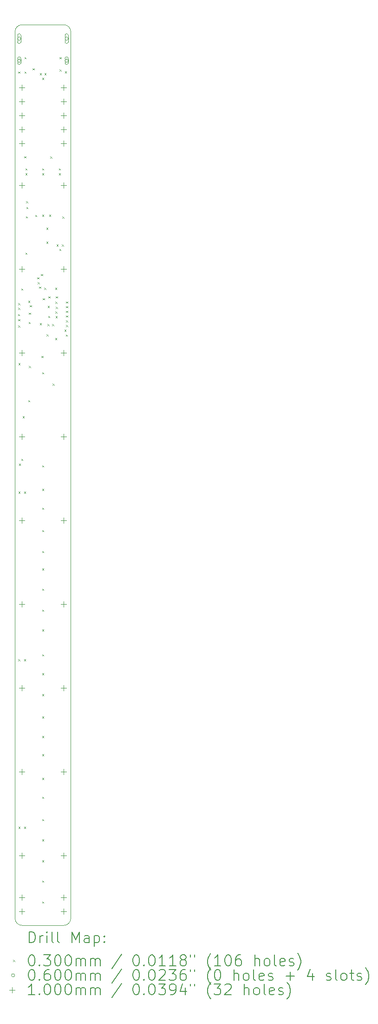
<source format=gbr>
%TF.GenerationSoftware,KiCad,Pcbnew,7.0.9*%
%TF.CreationDate,2024-02-10T14:07:48-07:00*%
%TF.ProjectId,RP2040-Breadstick,52503230-3430-42d4-9272-656164737469,1.0*%
%TF.SameCoordinates,Original*%
%TF.FileFunction,Drillmap*%
%TF.FilePolarity,Positive*%
%FSLAX45Y45*%
G04 Gerber Fmt 4.5, Leading zero omitted, Abs format (unit mm)*
G04 Created by KiCad (PCBNEW 7.0.9) date 2024-02-10 14:07:48*
%MOMM*%
%LPD*%
G01*
G04 APERTURE LIST*
%ADD10C,0.100000*%
%ADD11C,0.200000*%
G04 APERTURE END LIST*
D10*
X9017000Y-1651000D02*
X8255000Y-1651000D01*
X8128000Y-1778000D02*
X8128000Y-17907000D01*
X8255000Y-18034000D02*
X9017000Y-18034000D01*
X8128000Y-17907000D02*
G75*
G03*
X8255000Y-18034000I127000J0D01*
G01*
X9144000Y-1778000D02*
G75*
G03*
X9017000Y-1651000I-127000J0D01*
G01*
X8255000Y-1651000D02*
G75*
G03*
X8128000Y-1778000I0J-127000D01*
G01*
X9144000Y-17907000D02*
X9144000Y-1778000D01*
X9017000Y-18034000D02*
G75*
G03*
X9144000Y-17907000I0J127000D01*
G01*
D11*
D10*
X8181580Y-6914120D02*
X8211580Y-6944120D01*
X8211580Y-6914120D02*
X8181580Y-6944120D01*
X8184000Y-7005560D02*
X8214000Y-7035560D01*
X8214000Y-7005560D02*
X8184000Y-7035560D01*
X8184120Y-2504680D02*
X8214120Y-2534680D01*
X8214120Y-2504680D02*
X8184120Y-2534680D01*
X8185331Y-6713865D02*
X8215331Y-6743865D01*
X8215331Y-6713865D02*
X8185331Y-6743865D01*
X8185934Y-6800337D02*
X8215934Y-6830337D01*
X8215934Y-6800337D02*
X8185934Y-6830337D01*
X8186426Y-7122991D02*
X8216426Y-7152991D01*
X8216426Y-7122991D02*
X8186426Y-7152991D01*
X8186660Y-13190460D02*
X8216660Y-13220460D01*
X8216660Y-13190460D02*
X8186660Y-13220460D01*
X8189200Y-7808200D02*
X8219200Y-7838200D01*
X8219200Y-7808200D02*
X8189200Y-7838200D01*
X8189200Y-10145000D02*
X8219200Y-10175000D01*
X8219200Y-10145000D02*
X8189200Y-10175000D01*
X8189200Y-16238460D02*
X8219200Y-16268460D01*
X8219200Y-16238460D02*
X8189200Y-16268460D01*
X8196820Y-9634460D02*
X8226820Y-9664460D01*
X8226820Y-9634460D02*
X8196820Y-9664460D01*
X8240000Y-6449300D02*
X8270000Y-6479300D01*
X8270000Y-6449300D02*
X8240000Y-6479300D01*
X8240000Y-9548100D02*
X8270000Y-9578100D01*
X8270000Y-9548100D02*
X8240000Y-9578100D01*
X8265400Y-8770860D02*
X8295400Y-8800860D01*
X8295400Y-8770860D02*
X8265400Y-8800860D01*
X8290800Y-13190460D02*
X8320800Y-13220460D01*
X8320800Y-13190460D02*
X8290800Y-13220460D01*
X8293340Y-10145000D02*
X8323340Y-10175000D01*
X8323340Y-10145000D02*
X8293340Y-10175000D01*
X8293340Y-16238460D02*
X8323340Y-16268460D01*
X8323340Y-16238460D02*
X8293340Y-16268460D01*
X8295880Y-4043920D02*
X8325880Y-4073920D01*
X8325880Y-4043920D02*
X8295880Y-4073920D01*
X8301000Y-2240480D02*
X8331000Y-2270480D01*
X8331000Y-2240480D02*
X8301000Y-2270480D01*
X8301000Y-2504640D02*
X8331000Y-2534640D01*
X8331000Y-2504640D02*
X8301000Y-2534640D01*
X8316200Y-4264900D02*
X8346200Y-4294900D01*
X8346200Y-4264900D02*
X8316200Y-4294900D01*
X8316200Y-4353800D02*
X8346200Y-4383800D01*
X8346200Y-4353800D02*
X8316200Y-4383800D01*
X8318525Y-5796716D02*
X8348525Y-5826716D01*
X8348525Y-5796716D02*
X8318525Y-5826716D01*
X8323820Y-5136120D02*
X8353820Y-5166120D01*
X8353820Y-5136120D02*
X8323820Y-5166120D01*
X8328900Y-4861800D02*
X8358900Y-4891800D01*
X8358900Y-4861800D02*
X8328900Y-4891800D01*
X8335275Y-4968480D02*
X8365275Y-4998480D01*
X8365275Y-4968480D02*
X8335275Y-4998480D01*
X8369310Y-8481193D02*
X8399310Y-8511193D01*
X8399310Y-8481193D02*
X8369310Y-8511193D01*
X8369644Y-6674568D02*
X8399644Y-6704568D01*
X8399644Y-6674568D02*
X8369644Y-6704568D01*
X8377160Y-7056360D02*
X8407160Y-7086360D01*
X8407160Y-7056360D02*
X8377160Y-7086360D01*
X8379462Y-6888958D02*
X8409462Y-6918958D01*
X8409462Y-6888958D02*
X8379462Y-6918958D01*
X8382240Y-7856460D02*
X8412240Y-7886460D01*
X8412240Y-7856460D02*
X8382240Y-7886460D01*
X8398390Y-6754762D02*
X8428390Y-6784762D01*
X8428390Y-6754762D02*
X8398390Y-6784762D01*
X8448390Y-2443610D02*
X8478390Y-2473610D01*
X8478390Y-2443610D02*
X8448390Y-2473610D01*
X8494262Y-5108914D02*
X8524262Y-5138914D01*
X8524262Y-5108914D02*
X8494262Y-5138914D01*
X8534000Y-6247000D02*
X8564000Y-6277000D01*
X8564000Y-6247000D02*
X8534000Y-6277000D01*
X8539752Y-6333898D02*
X8569752Y-6363898D01*
X8569752Y-6333898D02*
X8539752Y-6363898D01*
X8565629Y-6415063D02*
X8595629Y-6445063D01*
X8595629Y-6415063D02*
X8565629Y-6445063D01*
X8578811Y-7080000D02*
X8608811Y-7110000D01*
X8608811Y-7080000D02*
X8578811Y-7110000D01*
X8580567Y-2532677D02*
X8610567Y-2562677D01*
X8610567Y-2532677D02*
X8580567Y-2562677D01*
X8600680Y-6185140D02*
X8630680Y-6215140D01*
X8630680Y-6185140D02*
X8600680Y-6215140D01*
X8607778Y-7675306D02*
X8637778Y-7705306D01*
X8637778Y-7675306D02*
X8607778Y-7705306D01*
X8620999Y-12650520D02*
X8650999Y-12680520D01*
X8650999Y-12650520D02*
X8620999Y-12680520D01*
X8621000Y-2616440D02*
X8651000Y-2646440D01*
X8651000Y-2616440D02*
X8621000Y-2646440D01*
X8621000Y-4264900D02*
X8651000Y-4294900D01*
X8651000Y-4264900D02*
X8621000Y-4294900D01*
X8621000Y-4353800D02*
X8651000Y-4383800D01*
X8651000Y-4353800D02*
X8621000Y-4383800D01*
X8621000Y-5108180D02*
X8651000Y-5138180D01*
X8651000Y-5108180D02*
X8621000Y-5138180D01*
X8621000Y-10094200D02*
X8651000Y-10124200D01*
X8651000Y-10094200D02*
X8621000Y-10124200D01*
X8621000Y-10437100D02*
X8651000Y-10467100D01*
X8651000Y-10437100D02*
X8621000Y-10467100D01*
X8621000Y-10843500D02*
X8651000Y-10873500D01*
X8651000Y-10843500D02*
X8621000Y-10873500D01*
X8621000Y-11224500D02*
X8651000Y-11254500D01*
X8651000Y-11224500D02*
X8621000Y-11254500D01*
X8621000Y-11542000D02*
X8651000Y-11572000D01*
X8651000Y-11542000D02*
X8621000Y-11572000D01*
X8621000Y-11910300D02*
X8651000Y-11940300D01*
X8651000Y-11910300D02*
X8621000Y-11940300D01*
X8621000Y-12291300D02*
X8651000Y-12321300D01*
X8651000Y-12291300D02*
X8621000Y-12321300D01*
X8621000Y-13447000D02*
X8651000Y-13477000D01*
X8651000Y-13447000D02*
X8621000Y-13477000D01*
X8621000Y-13828000D02*
X8651000Y-13858000D01*
X8651000Y-13828000D02*
X8621000Y-13858000D01*
X8621000Y-14234400D02*
X8651000Y-14264400D01*
X8651000Y-14234400D02*
X8621000Y-14264400D01*
X8621000Y-14590000D02*
X8651000Y-14620000D01*
X8651000Y-14590000D02*
X8621000Y-14620000D01*
X8621000Y-15352000D02*
X8651000Y-15382000D01*
X8651000Y-15352000D02*
X8621000Y-15382000D01*
X8621000Y-15694900D02*
X8651000Y-15724900D01*
X8651000Y-15694900D02*
X8621000Y-15724900D01*
X8621000Y-16101300D02*
X8651000Y-16131300D01*
X8651000Y-16101300D02*
X8621000Y-16131300D01*
X8621000Y-16469600D02*
X8651000Y-16499600D01*
X8651000Y-16469600D02*
X8621000Y-16499600D01*
X8621000Y-16850600D02*
X8651000Y-16880600D01*
X8651000Y-16850600D02*
X8621000Y-16880600D01*
X8621000Y-17218900D02*
X8651000Y-17248900D01*
X8651000Y-17218900D02*
X8621000Y-17248900D01*
X8621000Y-17599900D02*
X8651000Y-17629900D01*
X8651000Y-17599900D02*
X8621000Y-17629900D01*
X8621001Y-9667480D02*
X8651001Y-9697480D01*
X8651001Y-9667480D02*
X8621001Y-9697480D01*
X8621001Y-13104100D02*
X8651001Y-13134100D01*
X8651001Y-13104100D02*
X8621001Y-13134100D01*
X8621001Y-14920200D02*
X8651001Y-14950200D01*
X8651001Y-14920200D02*
X8621001Y-14950200D01*
X8621044Y-7972809D02*
X8651044Y-8002809D01*
X8651044Y-7972809D02*
X8621044Y-8002809D01*
X8633700Y-6624560D02*
X8663700Y-6654560D01*
X8663700Y-6624560D02*
X8633700Y-6654560D01*
X8660810Y-6437090D02*
X8690810Y-6467090D01*
X8690810Y-6437090D02*
X8660810Y-6467090D01*
X8665755Y-2532020D02*
X8695755Y-2562020D01*
X8695755Y-2532020D02*
X8665755Y-2562020D01*
X8697200Y-5344400D02*
X8727200Y-5374400D01*
X8727200Y-5344400D02*
X8697200Y-5374400D01*
X8697200Y-5598400D02*
X8727200Y-5628400D01*
X8727200Y-5598400D02*
X8697200Y-5628400D01*
X8702888Y-7281625D02*
X8732888Y-7311625D01*
X8732888Y-7281625D02*
X8702888Y-7311625D01*
X8719777Y-7095325D02*
X8749777Y-7125325D01*
X8749777Y-7095325D02*
X8719777Y-7125325D01*
X8722600Y-6766800D02*
X8752600Y-6796800D01*
X8752600Y-6766800D02*
X8722600Y-6796800D01*
X8732760Y-6947140D02*
X8762760Y-6977140D01*
X8762760Y-6947140D02*
X8732760Y-6977140D01*
X8735589Y-6591272D02*
X8765589Y-6621272D01*
X8765589Y-6591272D02*
X8735589Y-6621272D01*
X8748000Y-5108180D02*
X8778000Y-5138180D01*
X8778000Y-5108180D02*
X8748000Y-5138180D01*
X8768320Y-4047071D02*
X8798320Y-4077071D01*
X8798320Y-4047071D02*
X8768320Y-4077071D01*
X8804961Y-7094286D02*
X8834961Y-7124286D01*
X8834961Y-7094286D02*
X8804961Y-7124286D01*
X8813430Y-8179040D02*
X8843430Y-8209040D01*
X8843430Y-8179040D02*
X8813430Y-8209040D01*
X8860000Y-6437000D02*
X8890000Y-6467000D01*
X8890000Y-6437000D02*
X8860000Y-6467000D01*
X8860092Y-7351095D02*
X8890092Y-7381095D01*
X8890092Y-7351095D02*
X8860092Y-7381095D01*
X8862300Y-6690600D02*
X8892300Y-6720600D01*
X8892300Y-6690600D02*
X8862300Y-6720600D01*
X8862948Y-6866792D02*
X8892948Y-6896792D01*
X8892948Y-6866792D02*
X8862948Y-6896792D01*
X8866607Y-6951904D02*
X8896607Y-6981904D01*
X8896607Y-6951904D02*
X8866607Y-6981904D01*
X8872307Y-6591685D02*
X8902307Y-6621685D01*
X8902307Y-6591685D02*
X8872307Y-6621685D01*
X8872310Y-6782000D02*
X8902310Y-6812000D01*
X8902310Y-6782000D02*
X8872310Y-6812000D01*
X8885824Y-5649853D02*
X8915824Y-5679853D01*
X8915824Y-5649853D02*
X8885824Y-5679853D01*
X8925800Y-4264900D02*
X8955800Y-4294900D01*
X8955800Y-4264900D02*
X8925800Y-4294900D01*
X8925800Y-4353800D02*
X8955800Y-4383800D01*
X8955800Y-4353800D02*
X8925800Y-4383800D01*
X8936620Y-5727940D02*
X8966620Y-5757940D01*
X8966620Y-5727940D02*
X8936620Y-5757940D01*
X8940000Y-2466000D02*
X8970000Y-2496000D01*
X8970000Y-2466000D02*
X8940000Y-2496000D01*
X8941000Y-2240560D02*
X8971000Y-2270560D01*
X8971000Y-2240560D02*
X8941000Y-2270560D01*
X8980824Y-5649853D02*
X9010824Y-5679853D01*
X9010824Y-5649853D02*
X8980824Y-5679853D01*
X8989910Y-5141200D02*
X9019910Y-5171200D01*
X9019910Y-5141200D02*
X8989910Y-5171200D01*
X9027400Y-7196060D02*
X9057400Y-7226060D01*
X9057400Y-7196060D02*
X9027400Y-7226060D01*
X9037560Y-2499600D02*
X9067560Y-2529600D01*
X9067560Y-2499600D02*
X9037560Y-2529600D01*
X9052800Y-7287500D02*
X9082800Y-7317500D01*
X9082800Y-7287500D02*
X9052800Y-7317500D01*
X9055960Y-6685924D02*
X9085960Y-6715924D01*
X9085960Y-6685924D02*
X9055960Y-6715924D01*
X9056640Y-6771111D02*
X9086640Y-6801111D01*
X9086640Y-6771111D02*
X9056640Y-6801111D01*
X9056690Y-6856301D02*
X9086690Y-6886301D01*
X9086690Y-6856301D02*
X9056690Y-6886301D01*
X9056690Y-7111872D02*
X9086690Y-7141872D01*
X9086690Y-7111872D02*
X9056690Y-7141872D01*
X9056810Y-6941492D02*
X9086810Y-6971492D01*
X9086810Y-6941492D02*
X9056810Y-6971492D01*
X9056810Y-7026682D02*
X9086810Y-7056682D01*
X9086810Y-7026682D02*
X9056810Y-7056682D01*
X8234000Y-1904820D02*
G75*
G03*
X8234000Y-1904820I-30000J0D01*
G01*
X8234000Y-1964820D02*
X8234000Y-1844820D01*
X8234000Y-1844820D02*
G75*
G03*
X8174000Y-1844820I-30000J0D01*
G01*
X8174000Y-1844820D02*
X8174000Y-1964820D01*
X8174000Y-1964820D02*
G75*
G03*
X8234000Y-1964820I30000J0D01*
G01*
X8234000Y-2304820D02*
G75*
G03*
X8234000Y-2304820I-30000J0D01*
G01*
X8234000Y-2344820D02*
X8234000Y-2264820D01*
X8234000Y-2264820D02*
G75*
G03*
X8174000Y-2264820I-30000J0D01*
G01*
X8174000Y-2264820D02*
X8174000Y-2344820D01*
X8174000Y-2344820D02*
G75*
G03*
X8234000Y-2344820I30000J0D01*
G01*
X9098000Y-1904820D02*
G75*
G03*
X9098000Y-1904820I-30000J0D01*
G01*
X9098000Y-1964820D02*
X9098000Y-1844820D01*
X9098000Y-1844820D02*
G75*
G03*
X9038000Y-1844820I-30000J0D01*
G01*
X9038000Y-1844820D02*
X9038000Y-1964820D01*
X9038000Y-1964820D02*
G75*
G03*
X9098000Y-1964820I30000J0D01*
G01*
X9098000Y-2304820D02*
G75*
G03*
X9098000Y-2304820I-30000J0D01*
G01*
X9098000Y-2344820D02*
X9098000Y-2264820D01*
X9098000Y-2264820D02*
G75*
G03*
X9038000Y-2264820I-30000J0D01*
G01*
X9038000Y-2264820D02*
X9038000Y-2344820D01*
X9038000Y-2344820D02*
G75*
G03*
X9098000Y-2344820I30000J0D01*
G01*
X8255000Y-2744000D02*
X8255000Y-2844000D01*
X8205000Y-2794000D02*
X8305000Y-2794000D01*
X8255000Y-2998000D02*
X8255000Y-3098000D01*
X8205000Y-3048000D02*
X8305000Y-3048000D01*
X8255000Y-3252000D02*
X8255000Y-3352000D01*
X8205000Y-3302000D02*
X8305000Y-3302000D01*
X8255000Y-3506000D02*
X8255000Y-3606000D01*
X8205000Y-3556000D02*
X8305000Y-3556000D01*
X8255000Y-3760000D02*
X8255000Y-3860000D01*
X8205000Y-3810000D02*
X8305000Y-3810000D01*
X8255000Y-4522000D02*
X8255000Y-4622000D01*
X8205000Y-4572000D02*
X8305000Y-4572000D01*
X8255000Y-6046000D02*
X8255000Y-6146000D01*
X8205000Y-6096000D02*
X8305000Y-6096000D01*
X8255000Y-7570000D02*
X8255000Y-7670000D01*
X8205000Y-7620000D02*
X8305000Y-7620000D01*
X8255000Y-9094000D02*
X8255000Y-9194000D01*
X8205000Y-9144000D02*
X8305000Y-9144000D01*
X8255000Y-10618000D02*
X8255000Y-10718000D01*
X8205000Y-10668000D02*
X8305000Y-10668000D01*
X8255000Y-12142000D02*
X8255000Y-12242000D01*
X8205000Y-12192000D02*
X8305000Y-12192000D01*
X8255000Y-13666000D02*
X8255000Y-13766000D01*
X8205000Y-13716000D02*
X8305000Y-13716000D01*
X8255000Y-15190000D02*
X8255000Y-15290000D01*
X8205000Y-15240000D02*
X8305000Y-15240000D01*
X8255000Y-16714000D02*
X8255000Y-16814000D01*
X8205000Y-16764000D02*
X8305000Y-16764000D01*
X8255000Y-17476000D02*
X8255000Y-17576000D01*
X8205000Y-17526000D02*
X8305000Y-17526000D01*
X8255000Y-17730000D02*
X8255000Y-17830000D01*
X8205000Y-17780000D02*
X8305000Y-17780000D01*
X9017000Y-2744000D02*
X9017000Y-2844000D01*
X8967000Y-2794000D02*
X9067000Y-2794000D01*
X9017000Y-2998000D02*
X9017000Y-3098000D01*
X8967000Y-3048000D02*
X9067000Y-3048000D01*
X9017000Y-3252000D02*
X9017000Y-3352000D01*
X8967000Y-3302000D02*
X9067000Y-3302000D01*
X9017000Y-3506000D02*
X9017000Y-3606000D01*
X8967000Y-3556000D02*
X9067000Y-3556000D01*
X9017000Y-3760000D02*
X9017000Y-3860000D01*
X8967000Y-3810000D02*
X9067000Y-3810000D01*
X9017000Y-4522000D02*
X9017000Y-4622000D01*
X8967000Y-4572000D02*
X9067000Y-4572000D01*
X9017000Y-6046000D02*
X9017000Y-6146000D01*
X8967000Y-6096000D02*
X9067000Y-6096000D01*
X9017000Y-7570000D02*
X9017000Y-7670000D01*
X8967000Y-7620000D02*
X9067000Y-7620000D01*
X9017000Y-9094000D02*
X9017000Y-9194000D01*
X8967000Y-9144000D02*
X9067000Y-9144000D01*
X9017000Y-10618000D02*
X9017000Y-10718000D01*
X8967000Y-10668000D02*
X9067000Y-10668000D01*
X9017000Y-12142000D02*
X9017000Y-12242000D01*
X8967000Y-12192000D02*
X9067000Y-12192000D01*
X9017000Y-13666000D02*
X9017000Y-13766000D01*
X8967000Y-13716000D02*
X9067000Y-13716000D01*
X9017000Y-15190000D02*
X9017000Y-15290000D01*
X8967000Y-15240000D02*
X9067000Y-15240000D01*
X9017000Y-16714000D02*
X9017000Y-16814000D01*
X8967000Y-16764000D02*
X9067000Y-16764000D01*
X9017000Y-17476000D02*
X9017000Y-17576000D01*
X8967000Y-17526000D02*
X9067000Y-17526000D01*
X9017000Y-17730000D02*
X9017000Y-17830000D01*
X8967000Y-17780000D02*
X9067000Y-17780000D01*
D11*
X8383777Y-18350484D02*
X8383777Y-18150484D01*
X8383777Y-18150484D02*
X8431396Y-18150484D01*
X8431396Y-18150484D02*
X8459967Y-18160008D01*
X8459967Y-18160008D02*
X8479015Y-18179055D01*
X8479015Y-18179055D02*
X8488539Y-18198103D01*
X8488539Y-18198103D02*
X8498063Y-18236198D01*
X8498063Y-18236198D02*
X8498063Y-18264770D01*
X8498063Y-18264770D02*
X8488539Y-18302865D01*
X8488539Y-18302865D02*
X8479015Y-18321912D01*
X8479015Y-18321912D02*
X8459967Y-18340960D01*
X8459967Y-18340960D02*
X8431396Y-18350484D01*
X8431396Y-18350484D02*
X8383777Y-18350484D01*
X8583777Y-18350484D02*
X8583777Y-18217150D01*
X8583777Y-18255246D02*
X8593301Y-18236198D01*
X8593301Y-18236198D02*
X8602824Y-18226674D01*
X8602824Y-18226674D02*
X8621872Y-18217150D01*
X8621872Y-18217150D02*
X8640920Y-18217150D01*
X8707586Y-18350484D02*
X8707586Y-18217150D01*
X8707586Y-18150484D02*
X8698063Y-18160008D01*
X8698063Y-18160008D02*
X8707586Y-18169531D01*
X8707586Y-18169531D02*
X8717110Y-18160008D01*
X8717110Y-18160008D02*
X8707586Y-18150484D01*
X8707586Y-18150484D02*
X8707586Y-18169531D01*
X8831396Y-18350484D02*
X8812348Y-18340960D01*
X8812348Y-18340960D02*
X8802824Y-18321912D01*
X8802824Y-18321912D02*
X8802824Y-18150484D01*
X8936158Y-18350484D02*
X8917110Y-18340960D01*
X8917110Y-18340960D02*
X8907586Y-18321912D01*
X8907586Y-18321912D02*
X8907586Y-18150484D01*
X9164729Y-18350484D02*
X9164729Y-18150484D01*
X9164729Y-18150484D02*
X9231396Y-18293341D01*
X9231396Y-18293341D02*
X9298063Y-18150484D01*
X9298063Y-18150484D02*
X9298063Y-18350484D01*
X9479015Y-18350484D02*
X9479015Y-18245722D01*
X9479015Y-18245722D02*
X9469491Y-18226674D01*
X9469491Y-18226674D02*
X9450444Y-18217150D01*
X9450444Y-18217150D02*
X9412348Y-18217150D01*
X9412348Y-18217150D02*
X9393301Y-18226674D01*
X9479015Y-18340960D02*
X9459967Y-18350484D01*
X9459967Y-18350484D02*
X9412348Y-18350484D01*
X9412348Y-18350484D02*
X9393301Y-18340960D01*
X9393301Y-18340960D02*
X9383777Y-18321912D01*
X9383777Y-18321912D02*
X9383777Y-18302865D01*
X9383777Y-18302865D02*
X9393301Y-18283817D01*
X9393301Y-18283817D02*
X9412348Y-18274293D01*
X9412348Y-18274293D02*
X9459967Y-18274293D01*
X9459967Y-18274293D02*
X9479015Y-18264770D01*
X9574253Y-18217150D02*
X9574253Y-18417150D01*
X9574253Y-18226674D02*
X9593301Y-18217150D01*
X9593301Y-18217150D02*
X9631396Y-18217150D01*
X9631396Y-18217150D02*
X9650444Y-18226674D01*
X9650444Y-18226674D02*
X9659967Y-18236198D01*
X9659967Y-18236198D02*
X9669491Y-18255246D01*
X9669491Y-18255246D02*
X9669491Y-18312389D01*
X9669491Y-18312389D02*
X9659967Y-18331436D01*
X9659967Y-18331436D02*
X9650444Y-18340960D01*
X9650444Y-18340960D02*
X9631396Y-18350484D01*
X9631396Y-18350484D02*
X9593301Y-18350484D01*
X9593301Y-18350484D02*
X9574253Y-18340960D01*
X9755205Y-18331436D02*
X9764729Y-18340960D01*
X9764729Y-18340960D02*
X9755205Y-18350484D01*
X9755205Y-18350484D02*
X9745682Y-18340960D01*
X9745682Y-18340960D02*
X9755205Y-18331436D01*
X9755205Y-18331436D02*
X9755205Y-18350484D01*
X9755205Y-18226674D02*
X9764729Y-18236198D01*
X9764729Y-18236198D02*
X9755205Y-18245722D01*
X9755205Y-18245722D02*
X9745682Y-18236198D01*
X9745682Y-18236198D02*
X9755205Y-18226674D01*
X9755205Y-18226674D02*
X9755205Y-18245722D01*
D10*
X8093000Y-18664000D02*
X8123000Y-18694000D01*
X8123000Y-18664000D02*
X8093000Y-18694000D01*
D11*
X8421872Y-18570484D02*
X8440920Y-18570484D01*
X8440920Y-18570484D02*
X8459967Y-18580008D01*
X8459967Y-18580008D02*
X8469491Y-18589531D01*
X8469491Y-18589531D02*
X8479015Y-18608579D01*
X8479015Y-18608579D02*
X8488539Y-18646674D01*
X8488539Y-18646674D02*
X8488539Y-18694293D01*
X8488539Y-18694293D02*
X8479015Y-18732389D01*
X8479015Y-18732389D02*
X8469491Y-18751436D01*
X8469491Y-18751436D02*
X8459967Y-18760960D01*
X8459967Y-18760960D02*
X8440920Y-18770484D01*
X8440920Y-18770484D02*
X8421872Y-18770484D01*
X8421872Y-18770484D02*
X8402824Y-18760960D01*
X8402824Y-18760960D02*
X8393301Y-18751436D01*
X8393301Y-18751436D02*
X8383777Y-18732389D01*
X8383777Y-18732389D02*
X8374253Y-18694293D01*
X8374253Y-18694293D02*
X8374253Y-18646674D01*
X8374253Y-18646674D02*
X8383777Y-18608579D01*
X8383777Y-18608579D02*
X8393301Y-18589531D01*
X8393301Y-18589531D02*
X8402824Y-18580008D01*
X8402824Y-18580008D02*
X8421872Y-18570484D01*
X8574253Y-18751436D02*
X8583777Y-18760960D01*
X8583777Y-18760960D02*
X8574253Y-18770484D01*
X8574253Y-18770484D02*
X8564729Y-18760960D01*
X8564729Y-18760960D02*
X8574253Y-18751436D01*
X8574253Y-18751436D02*
X8574253Y-18770484D01*
X8650444Y-18570484D02*
X8774253Y-18570484D01*
X8774253Y-18570484D02*
X8707586Y-18646674D01*
X8707586Y-18646674D02*
X8736158Y-18646674D01*
X8736158Y-18646674D02*
X8755205Y-18656198D01*
X8755205Y-18656198D02*
X8764729Y-18665722D01*
X8764729Y-18665722D02*
X8774253Y-18684770D01*
X8774253Y-18684770D02*
X8774253Y-18732389D01*
X8774253Y-18732389D02*
X8764729Y-18751436D01*
X8764729Y-18751436D02*
X8755205Y-18760960D01*
X8755205Y-18760960D02*
X8736158Y-18770484D01*
X8736158Y-18770484D02*
X8679015Y-18770484D01*
X8679015Y-18770484D02*
X8659967Y-18760960D01*
X8659967Y-18760960D02*
X8650444Y-18751436D01*
X8898063Y-18570484D02*
X8917110Y-18570484D01*
X8917110Y-18570484D02*
X8936158Y-18580008D01*
X8936158Y-18580008D02*
X8945682Y-18589531D01*
X8945682Y-18589531D02*
X8955205Y-18608579D01*
X8955205Y-18608579D02*
X8964729Y-18646674D01*
X8964729Y-18646674D02*
X8964729Y-18694293D01*
X8964729Y-18694293D02*
X8955205Y-18732389D01*
X8955205Y-18732389D02*
X8945682Y-18751436D01*
X8945682Y-18751436D02*
X8936158Y-18760960D01*
X8936158Y-18760960D02*
X8917110Y-18770484D01*
X8917110Y-18770484D02*
X8898063Y-18770484D01*
X8898063Y-18770484D02*
X8879015Y-18760960D01*
X8879015Y-18760960D02*
X8869491Y-18751436D01*
X8869491Y-18751436D02*
X8859967Y-18732389D01*
X8859967Y-18732389D02*
X8850444Y-18694293D01*
X8850444Y-18694293D02*
X8850444Y-18646674D01*
X8850444Y-18646674D02*
X8859967Y-18608579D01*
X8859967Y-18608579D02*
X8869491Y-18589531D01*
X8869491Y-18589531D02*
X8879015Y-18580008D01*
X8879015Y-18580008D02*
X8898063Y-18570484D01*
X9088539Y-18570484D02*
X9107586Y-18570484D01*
X9107586Y-18570484D02*
X9126634Y-18580008D01*
X9126634Y-18580008D02*
X9136158Y-18589531D01*
X9136158Y-18589531D02*
X9145682Y-18608579D01*
X9145682Y-18608579D02*
X9155205Y-18646674D01*
X9155205Y-18646674D02*
X9155205Y-18694293D01*
X9155205Y-18694293D02*
X9145682Y-18732389D01*
X9145682Y-18732389D02*
X9136158Y-18751436D01*
X9136158Y-18751436D02*
X9126634Y-18760960D01*
X9126634Y-18760960D02*
X9107586Y-18770484D01*
X9107586Y-18770484D02*
X9088539Y-18770484D01*
X9088539Y-18770484D02*
X9069491Y-18760960D01*
X9069491Y-18760960D02*
X9059967Y-18751436D01*
X9059967Y-18751436D02*
X9050444Y-18732389D01*
X9050444Y-18732389D02*
X9040920Y-18694293D01*
X9040920Y-18694293D02*
X9040920Y-18646674D01*
X9040920Y-18646674D02*
X9050444Y-18608579D01*
X9050444Y-18608579D02*
X9059967Y-18589531D01*
X9059967Y-18589531D02*
X9069491Y-18580008D01*
X9069491Y-18580008D02*
X9088539Y-18570484D01*
X9240920Y-18770484D02*
X9240920Y-18637150D01*
X9240920Y-18656198D02*
X9250444Y-18646674D01*
X9250444Y-18646674D02*
X9269491Y-18637150D01*
X9269491Y-18637150D02*
X9298063Y-18637150D01*
X9298063Y-18637150D02*
X9317110Y-18646674D01*
X9317110Y-18646674D02*
X9326634Y-18665722D01*
X9326634Y-18665722D02*
X9326634Y-18770484D01*
X9326634Y-18665722D02*
X9336158Y-18646674D01*
X9336158Y-18646674D02*
X9355205Y-18637150D01*
X9355205Y-18637150D02*
X9383777Y-18637150D01*
X9383777Y-18637150D02*
X9402825Y-18646674D01*
X9402825Y-18646674D02*
X9412348Y-18665722D01*
X9412348Y-18665722D02*
X9412348Y-18770484D01*
X9507586Y-18770484D02*
X9507586Y-18637150D01*
X9507586Y-18656198D02*
X9517110Y-18646674D01*
X9517110Y-18646674D02*
X9536158Y-18637150D01*
X9536158Y-18637150D02*
X9564729Y-18637150D01*
X9564729Y-18637150D02*
X9583777Y-18646674D01*
X9583777Y-18646674D02*
X9593301Y-18665722D01*
X9593301Y-18665722D02*
X9593301Y-18770484D01*
X9593301Y-18665722D02*
X9602825Y-18646674D01*
X9602825Y-18646674D02*
X9621872Y-18637150D01*
X9621872Y-18637150D02*
X9650444Y-18637150D01*
X9650444Y-18637150D02*
X9669491Y-18646674D01*
X9669491Y-18646674D02*
X9679015Y-18665722D01*
X9679015Y-18665722D02*
X9679015Y-18770484D01*
X10069491Y-18560960D02*
X9898063Y-18818103D01*
X10326634Y-18570484D02*
X10345682Y-18570484D01*
X10345682Y-18570484D02*
X10364729Y-18580008D01*
X10364729Y-18580008D02*
X10374253Y-18589531D01*
X10374253Y-18589531D02*
X10383777Y-18608579D01*
X10383777Y-18608579D02*
X10393301Y-18646674D01*
X10393301Y-18646674D02*
X10393301Y-18694293D01*
X10393301Y-18694293D02*
X10383777Y-18732389D01*
X10383777Y-18732389D02*
X10374253Y-18751436D01*
X10374253Y-18751436D02*
X10364729Y-18760960D01*
X10364729Y-18760960D02*
X10345682Y-18770484D01*
X10345682Y-18770484D02*
X10326634Y-18770484D01*
X10326634Y-18770484D02*
X10307587Y-18760960D01*
X10307587Y-18760960D02*
X10298063Y-18751436D01*
X10298063Y-18751436D02*
X10288539Y-18732389D01*
X10288539Y-18732389D02*
X10279015Y-18694293D01*
X10279015Y-18694293D02*
X10279015Y-18646674D01*
X10279015Y-18646674D02*
X10288539Y-18608579D01*
X10288539Y-18608579D02*
X10298063Y-18589531D01*
X10298063Y-18589531D02*
X10307587Y-18580008D01*
X10307587Y-18580008D02*
X10326634Y-18570484D01*
X10479015Y-18751436D02*
X10488539Y-18760960D01*
X10488539Y-18760960D02*
X10479015Y-18770484D01*
X10479015Y-18770484D02*
X10469491Y-18760960D01*
X10469491Y-18760960D02*
X10479015Y-18751436D01*
X10479015Y-18751436D02*
X10479015Y-18770484D01*
X10612348Y-18570484D02*
X10631396Y-18570484D01*
X10631396Y-18570484D02*
X10650444Y-18580008D01*
X10650444Y-18580008D02*
X10659968Y-18589531D01*
X10659968Y-18589531D02*
X10669491Y-18608579D01*
X10669491Y-18608579D02*
X10679015Y-18646674D01*
X10679015Y-18646674D02*
X10679015Y-18694293D01*
X10679015Y-18694293D02*
X10669491Y-18732389D01*
X10669491Y-18732389D02*
X10659968Y-18751436D01*
X10659968Y-18751436D02*
X10650444Y-18760960D01*
X10650444Y-18760960D02*
X10631396Y-18770484D01*
X10631396Y-18770484D02*
X10612348Y-18770484D01*
X10612348Y-18770484D02*
X10593301Y-18760960D01*
X10593301Y-18760960D02*
X10583777Y-18751436D01*
X10583777Y-18751436D02*
X10574253Y-18732389D01*
X10574253Y-18732389D02*
X10564729Y-18694293D01*
X10564729Y-18694293D02*
X10564729Y-18646674D01*
X10564729Y-18646674D02*
X10574253Y-18608579D01*
X10574253Y-18608579D02*
X10583777Y-18589531D01*
X10583777Y-18589531D02*
X10593301Y-18580008D01*
X10593301Y-18580008D02*
X10612348Y-18570484D01*
X10869491Y-18770484D02*
X10755206Y-18770484D01*
X10812348Y-18770484D02*
X10812348Y-18570484D01*
X10812348Y-18570484D02*
X10793301Y-18599055D01*
X10793301Y-18599055D02*
X10774253Y-18618103D01*
X10774253Y-18618103D02*
X10755206Y-18627627D01*
X11059968Y-18770484D02*
X10945682Y-18770484D01*
X11002825Y-18770484D02*
X11002825Y-18570484D01*
X11002825Y-18570484D02*
X10983777Y-18599055D01*
X10983777Y-18599055D02*
X10964729Y-18618103D01*
X10964729Y-18618103D02*
X10945682Y-18627627D01*
X11174253Y-18656198D02*
X11155206Y-18646674D01*
X11155206Y-18646674D02*
X11145682Y-18637150D01*
X11145682Y-18637150D02*
X11136158Y-18618103D01*
X11136158Y-18618103D02*
X11136158Y-18608579D01*
X11136158Y-18608579D02*
X11145682Y-18589531D01*
X11145682Y-18589531D02*
X11155206Y-18580008D01*
X11155206Y-18580008D02*
X11174253Y-18570484D01*
X11174253Y-18570484D02*
X11212348Y-18570484D01*
X11212348Y-18570484D02*
X11231396Y-18580008D01*
X11231396Y-18580008D02*
X11240920Y-18589531D01*
X11240920Y-18589531D02*
X11250444Y-18608579D01*
X11250444Y-18608579D02*
X11250444Y-18618103D01*
X11250444Y-18618103D02*
X11240920Y-18637150D01*
X11240920Y-18637150D02*
X11231396Y-18646674D01*
X11231396Y-18646674D02*
X11212348Y-18656198D01*
X11212348Y-18656198D02*
X11174253Y-18656198D01*
X11174253Y-18656198D02*
X11155206Y-18665722D01*
X11155206Y-18665722D02*
X11145682Y-18675246D01*
X11145682Y-18675246D02*
X11136158Y-18694293D01*
X11136158Y-18694293D02*
X11136158Y-18732389D01*
X11136158Y-18732389D02*
X11145682Y-18751436D01*
X11145682Y-18751436D02*
X11155206Y-18760960D01*
X11155206Y-18760960D02*
X11174253Y-18770484D01*
X11174253Y-18770484D02*
X11212348Y-18770484D01*
X11212348Y-18770484D02*
X11231396Y-18760960D01*
X11231396Y-18760960D02*
X11240920Y-18751436D01*
X11240920Y-18751436D02*
X11250444Y-18732389D01*
X11250444Y-18732389D02*
X11250444Y-18694293D01*
X11250444Y-18694293D02*
X11240920Y-18675246D01*
X11240920Y-18675246D02*
X11231396Y-18665722D01*
X11231396Y-18665722D02*
X11212348Y-18656198D01*
X11326634Y-18570484D02*
X11326634Y-18608579D01*
X11402825Y-18570484D02*
X11402825Y-18608579D01*
X11698063Y-18846674D02*
X11688539Y-18837150D01*
X11688539Y-18837150D02*
X11669491Y-18808579D01*
X11669491Y-18808579D02*
X11659968Y-18789531D01*
X11659968Y-18789531D02*
X11650444Y-18760960D01*
X11650444Y-18760960D02*
X11640920Y-18713341D01*
X11640920Y-18713341D02*
X11640920Y-18675246D01*
X11640920Y-18675246D02*
X11650444Y-18627627D01*
X11650444Y-18627627D02*
X11659968Y-18599055D01*
X11659968Y-18599055D02*
X11669491Y-18580008D01*
X11669491Y-18580008D02*
X11688539Y-18551436D01*
X11688539Y-18551436D02*
X11698063Y-18541912D01*
X11879015Y-18770484D02*
X11764729Y-18770484D01*
X11821872Y-18770484D02*
X11821872Y-18570484D01*
X11821872Y-18570484D02*
X11802825Y-18599055D01*
X11802825Y-18599055D02*
X11783777Y-18618103D01*
X11783777Y-18618103D02*
X11764729Y-18627627D01*
X12002825Y-18570484D02*
X12021872Y-18570484D01*
X12021872Y-18570484D02*
X12040920Y-18580008D01*
X12040920Y-18580008D02*
X12050444Y-18589531D01*
X12050444Y-18589531D02*
X12059968Y-18608579D01*
X12059968Y-18608579D02*
X12069491Y-18646674D01*
X12069491Y-18646674D02*
X12069491Y-18694293D01*
X12069491Y-18694293D02*
X12059968Y-18732389D01*
X12059968Y-18732389D02*
X12050444Y-18751436D01*
X12050444Y-18751436D02*
X12040920Y-18760960D01*
X12040920Y-18760960D02*
X12021872Y-18770484D01*
X12021872Y-18770484D02*
X12002825Y-18770484D01*
X12002825Y-18770484D02*
X11983777Y-18760960D01*
X11983777Y-18760960D02*
X11974253Y-18751436D01*
X11974253Y-18751436D02*
X11964729Y-18732389D01*
X11964729Y-18732389D02*
X11955206Y-18694293D01*
X11955206Y-18694293D02*
X11955206Y-18646674D01*
X11955206Y-18646674D02*
X11964729Y-18608579D01*
X11964729Y-18608579D02*
X11974253Y-18589531D01*
X11974253Y-18589531D02*
X11983777Y-18580008D01*
X11983777Y-18580008D02*
X12002825Y-18570484D01*
X12240920Y-18570484D02*
X12202825Y-18570484D01*
X12202825Y-18570484D02*
X12183777Y-18580008D01*
X12183777Y-18580008D02*
X12174253Y-18589531D01*
X12174253Y-18589531D02*
X12155206Y-18618103D01*
X12155206Y-18618103D02*
X12145682Y-18656198D01*
X12145682Y-18656198D02*
X12145682Y-18732389D01*
X12145682Y-18732389D02*
X12155206Y-18751436D01*
X12155206Y-18751436D02*
X12164729Y-18760960D01*
X12164729Y-18760960D02*
X12183777Y-18770484D01*
X12183777Y-18770484D02*
X12221872Y-18770484D01*
X12221872Y-18770484D02*
X12240920Y-18760960D01*
X12240920Y-18760960D02*
X12250444Y-18751436D01*
X12250444Y-18751436D02*
X12259968Y-18732389D01*
X12259968Y-18732389D02*
X12259968Y-18684770D01*
X12259968Y-18684770D02*
X12250444Y-18665722D01*
X12250444Y-18665722D02*
X12240920Y-18656198D01*
X12240920Y-18656198D02*
X12221872Y-18646674D01*
X12221872Y-18646674D02*
X12183777Y-18646674D01*
X12183777Y-18646674D02*
X12164729Y-18656198D01*
X12164729Y-18656198D02*
X12155206Y-18665722D01*
X12155206Y-18665722D02*
X12145682Y-18684770D01*
X12498063Y-18770484D02*
X12498063Y-18570484D01*
X12583777Y-18770484D02*
X12583777Y-18665722D01*
X12583777Y-18665722D02*
X12574253Y-18646674D01*
X12574253Y-18646674D02*
X12555206Y-18637150D01*
X12555206Y-18637150D02*
X12526634Y-18637150D01*
X12526634Y-18637150D02*
X12507587Y-18646674D01*
X12507587Y-18646674D02*
X12498063Y-18656198D01*
X12707587Y-18770484D02*
X12688539Y-18760960D01*
X12688539Y-18760960D02*
X12679015Y-18751436D01*
X12679015Y-18751436D02*
X12669491Y-18732389D01*
X12669491Y-18732389D02*
X12669491Y-18675246D01*
X12669491Y-18675246D02*
X12679015Y-18656198D01*
X12679015Y-18656198D02*
X12688539Y-18646674D01*
X12688539Y-18646674D02*
X12707587Y-18637150D01*
X12707587Y-18637150D02*
X12736158Y-18637150D01*
X12736158Y-18637150D02*
X12755206Y-18646674D01*
X12755206Y-18646674D02*
X12764730Y-18656198D01*
X12764730Y-18656198D02*
X12774253Y-18675246D01*
X12774253Y-18675246D02*
X12774253Y-18732389D01*
X12774253Y-18732389D02*
X12764730Y-18751436D01*
X12764730Y-18751436D02*
X12755206Y-18760960D01*
X12755206Y-18760960D02*
X12736158Y-18770484D01*
X12736158Y-18770484D02*
X12707587Y-18770484D01*
X12888539Y-18770484D02*
X12869491Y-18760960D01*
X12869491Y-18760960D02*
X12859968Y-18741912D01*
X12859968Y-18741912D02*
X12859968Y-18570484D01*
X13040920Y-18760960D02*
X13021872Y-18770484D01*
X13021872Y-18770484D02*
X12983777Y-18770484D01*
X12983777Y-18770484D02*
X12964730Y-18760960D01*
X12964730Y-18760960D02*
X12955206Y-18741912D01*
X12955206Y-18741912D02*
X12955206Y-18665722D01*
X12955206Y-18665722D02*
X12964730Y-18646674D01*
X12964730Y-18646674D02*
X12983777Y-18637150D01*
X12983777Y-18637150D02*
X13021872Y-18637150D01*
X13021872Y-18637150D02*
X13040920Y-18646674D01*
X13040920Y-18646674D02*
X13050444Y-18665722D01*
X13050444Y-18665722D02*
X13050444Y-18684770D01*
X13050444Y-18684770D02*
X12955206Y-18703817D01*
X13126634Y-18760960D02*
X13145682Y-18770484D01*
X13145682Y-18770484D02*
X13183777Y-18770484D01*
X13183777Y-18770484D02*
X13202825Y-18760960D01*
X13202825Y-18760960D02*
X13212349Y-18741912D01*
X13212349Y-18741912D02*
X13212349Y-18732389D01*
X13212349Y-18732389D02*
X13202825Y-18713341D01*
X13202825Y-18713341D02*
X13183777Y-18703817D01*
X13183777Y-18703817D02*
X13155206Y-18703817D01*
X13155206Y-18703817D02*
X13136158Y-18694293D01*
X13136158Y-18694293D02*
X13126634Y-18675246D01*
X13126634Y-18675246D02*
X13126634Y-18665722D01*
X13126634Y-18665722D02*
X13136158Y-18646674D01*
X13136158Y-18646674D02*
X13155206Y-18637150D01*
X13155206Y-18637150D02*
X13183777Y-18637150D01*
X13183777Y-18637150D02*
X13202825Y-18646674D01*
X13279015Y-18846674D02*
X13288539Y-18837150D01*
X13288539Y-18837150D02*
X13307587Y-18808579D01*
X13307587Y-18808579D02*
X13317111Y-18789531D01*
X13317111Y-18789531D02*
X13326634Y-18760960D01*
X13326634Y-18760960D02*
X13336158Y-18713341D01*
X13336158Y-18713341D02*
X13336158Y-18675246D01*
X13336158Y-18675246D02*
X13326634Y-18627627D01*
X13326634Y-18627627D02*
X13317111Y-18599055D01*
X13317111Y-18599055D02*
X13307587Y-18580008D01*
X13307587Y-18580008D02*
X13288539Y-18551436D01*
X13288539Y-18551436D02*
X13279015Y-18541912D01*
D10*
X8123000Y-18943000D02*
G75*
G03*
X8123000Y-18943000I-30000J0D01*
G01*
D11*
X8421872Y-18834484D02*
X8440920Y-18834484D01*
X8440920Y-18834484D02*
X8459967Y-18844008D01*
X8459967Y-18844008D02*
X8469491Y-18853531D01*
X8469491Y-18853531D02*
X8479015Y-18872579D01*
X8479015Y-18872579D02*
X8488539Y-18910674D01*
X8488539Y-18910674D02*
X8488539Y-18958293D01*
X8488539Y-18958293D02*
X8479015Y-18996389D01*
X8479015Y-18996389D02*
X8469491Y-19015436D01*
X8469491Y-19015436D02*
X8459967Y-19024960D01*
X8459967Y-19024960D02*
X8440920Y-19034484D01*
X8440920Y-19034484D02*
X8421872Y-19034484D01*
X8421872Y-19034484D02*
X8402824Y-19024960D01*
X8402824Y-19024960D02*
X8393301Y-19015436D01*
X8393301Y-19015436D02*
X8383777Y-18996389D01*
X8383777Y-18996389D02*
X8374253Y-18958293D01*
X8374253Y-18958293D02*
X8374253Y-18910674D01*
X8374253Y-18910674D02*
X8383777Y-18872579D01*
X8383777Y-18872579D02*
X8393301Y-18853531D01*
X8393301Y-18853531D02*
X8402824Y-18844008D01*
X8402824Y-18844008D02*
X8421872Y-18834484D01*
X8574253Y-19015436D02*
X8583777Y-19024960D01*
X8583777Y-19024960D02*
X8574253Y-19034484D01*
X8574253Y-19034484D02*
X8564729Y-19024960D01*
X8564729Y-19024960D02*
X8574253Y-19015436D01*
X8574253Y-19015436D02*
X8574253Y-19034484D01*
X8755205Y-18834484D02*
X8717110Y-18834484D01*
X8717110Y-18834484D02*
X8698063Y-18844008D01*
X8698063Y-18844008D02*
X8688539Y-18853531D01*
X8688539Y-18853531D02*
X8669491Y-18882103D01*
X8669491Y-18882103D02*
X8659967Y-18920198D01*
X8659967Y-18920198D02*
X8659967Y-18996389D01*
X8659967Y-18996389D02*
X8669491Y-19015436D01*
X8669491Y-19015436D02*
X8679015Y-19024960D01*
X8679015Y-19024960D02*
X8698063Y-19034484D01*
X8698063Y-19034484D02*
X8736158Y-19034484D01*
X8736158Y-19034484D02*
X8755205Y-19024960D01*
X8755205Y-19024960D02*
X8764729Y-19015436D01*
X8764729Y-19015436D02*
X8774253Y-18996389D01*
X8774253Y-18996389D02*
X8774253Y-18948770D01*
X8774253Y-18948770D02*
X8764729Y-18929722D01*
X8764729Y-18929722D02*
X8755205Y-18920198D01*
X8755205Y-18920198D02*
X8736158Y-18910674D01*
X8736158Y-18910674D02*
X8698063Y-18910674D01*
X8698063Y-18910674D02*
X8679015Y-18920198D01*
X8679015Y-18920198D02*
X8669491Y-18929722D01*
X8669491Y-18929722D02*
X8659967Y-18948770D01*
X8898063Y-18834484D02*
X8917110Y-18834484D01*
X8917110Y-18834484D02*
X8936158Y-18844008D01*
X8936158Y-18844008D02*
X8945682Y-18853531D01*
X8945682Y-18853531D02*
X8955205Y-18872579D01*
X8955205Y-18872579D02*
X8964729Y-18910674D01*
X8964729Y-18910674D02*
X8964729Y-18958293D01*
X8964729Y-18958293D02*
X8955205Y-18996389D01*
X8955205Y-18996389D02*
X8945682Y-19015436D01*
X8945682Y-19015436D02*
X8936158Y-19024960D01*
X8936158Y-19024960D02*
X8917110Y-19034484D01*
X8917110Y-19034484D02*
X8898063Y-19034484D01*
X8898063Y-19034484D02*
X8879015Y-19024960D01*
X8879015Y-19024960D02*
X8869491Y-19015436D01*
X8869491Y-19015436D02*
X8859967Y-18996389D01*
X8859967Y-18996389D02*
X8850444Y-18958293D01*
X8850444Y-18958293D02*
X8850444Y-18910674D01*
X8850444Y-18910674D02*
X8859967Y-18872579D01*
X8859967Y-18872579D02*
X8869491Y-18853531D01*
X8869491Y-18853531D02*
X8879015Y-18844008D01*
X8879015Y-18844008D02*
X8898063Y-18834484D01*
X9088539Y-18834484D02*
X9107586Y-18834484D01*
X9107586Y-18834484D02*
X9126634Y-18844008D01*
X9126634Y-18844008D02*
X9136158Y-18853531D01*
X9136158Y-18853531D02*
X9145682Y-18872579D01*
X9145682Y-18872579D02*
X9155205Y-18910674D01*
X9155205Y-18910674D02*
X9155205Y-18958293D01*
X9155205Y-18958293D02*
X9145682Y-18996389D01*
X9145682Y-18996389D02*
X9136158Y-19015436D01*
X9136158Y-19015436D02*
X9126634Y-19024960D01*
X9126634Y-19024960D02*
X9107586Y-19034484D01*
X9107586Y-19034484D02*
X9088539Y-19034484D01*
X9088539Y-19034484D02*
X9069491Y-19024960D01*
X9069491Y-19024960D02*
X9059967Y-19015436D01*
X9059967Y-19015436D02*
X9050444Y-18996389D01*
X9050444Y-18996389D02*
X9040920Y-18958293D01*
X9040920Y-18958293D02*
X9040920Y-18910674D01*
X9040920Y-18910674D02*
X9050444Y-18872579D01*
X9050444Y-18872579D02*
X9059967Y-18853531D01*
X9059967Y-18853531D02*
X9069491Y-18844008D01*
X9069491Y-18844008D02*
X9088539Y-18834484D01*
X9240920Y-19034484D02*
X9240920Y-18901150D01*
X9240920Y-18920198D02*
X9250444Y-18910674D01*
X9250444Y-18910674D02*
X9269491Y-18901150D01*
X9269491Y-18901150D02*
X9298063Y-18901150D01*
X9298063Y-18901150D02*
X9317110Y-18910674D01*
X9317110Y-18910674D02*
X9326634Y-18929722D01*
X9326634Y-18929722D02*
X9326634Y-19034484D01*
X9326634Y-18929722D02*
X9336158Y-18910674D01*
X9336158Y-18910674D02*
X9355205Y-18901150D01*
X9355205Y-18901150D02*
X9383777Y-18901150D01*
X9383777Y-18901150D02*
X9402825Y-18910674D01*
X9402825Y-18910674D02*
X9412348Y-18929722D01*
X9412348Y-18929722D02*
X9412348Y-19034484D01*
X9507586Y-19034484D02*
X9507586Y-18901150D01*
X9507586Y-18920198D02*
X9517110Y-18910674D01*
X9517110Y-18910674D02*
X9536158Y-18901150D01*
X9536158Y-18901150D02*
X9564729Y-18901150D01*
X9564729Y-18901150D02*
X9583777Y-18910674D01*
X9583777Y-18910674D02*
X9593301Y-18929722D01*
X9593301Y-18929722D02*
X9593301Y-19034484D01*
X9593301Y-18929722D02*
X9602825Y-18910674D01*
X9602825Y-18910674D02*
X9621872Y-18901150D01*
X9621872Y-18901150D02*
X9650444Y-18901150D01*
X9650444Y-18901150D02*
X9669491Y-18910674D01*
X9669491Y-18910674D02*
X9679015Y-18929722D01*
X9679015Y-18929722D02*
X9679015Y-19034484D01*
X10069491Y-18824960D02*
X9898063Y-19082103D01*
X10326634Y-18834484D02*
X10345682Y-18834484D01*
X10345682Y-18834484D02*
X10364729Y-18844008D01*
X10364729Y-18844008D02*
X10374253Y-18853531D01*
X10374253Y-18853531D02*
X10383777Y-18872579D01*
X10383777Y-18872579D02*
X10393301Y-18910674D01*
X10393301Y-18910674D02*
X10393301Y-18958293D01*
X10393301Y-18958293D02*
X10383777Y-18996389D01*
X10383777Y-18996389D02*
X10374253Y-19015436D01*
X10374253Y-19015436D02*
X10364729Y-19024960D01*
X10364729Y-19024960D02*
X10345682Y-19034484D01*
X10345682Y-19034484D02*
X10326634Y-19034484D01*
X10326634Y-19034484D02*
X10307587Y-19024960D01*
X10307587Y-19024960D02*
X10298063Y-19015436D01*
X10298063Y-19015436D02*
X10288539Y-18996389D01*
X10288539Y-18996389D02*
X10279015Y-18958293D01*
X10279015Y-18958293D02*
X10279015Y-18910674D01*
X10279015Y-18910674D02*
X10288539Y-18872579D01*
X10288539Y-18872579D02*
X10298063Y-18853531D01*
X10298063Y-18853531D02*
X10307587Y-18844008D01*
X10307587Y-18844008D02*
X10326634Y-18834484D01*
X10479015Y-19015436D02*
X10488539Y-19024960D01*
X10488539Y-19024960D02*
X10479015Y-19034484D01*
X10479015Y-19034484D02*
X10469491Y-19024960D01*
X10469491Y-19024960D02*
X10479015Y-19015436D01*
X10479015Y-19015436D02*
X10479015Y-19034484D01*
X10612348Y-18834484D02*
X10631396Y-18834484D01*
X10631396Y-18834484D02*
X10650444Y-18844008D01*
X10650444Y-18844008D02*
X10659968Y-18853531D01*
X10659968Y-18853531D02*
X10669491Y-18872579D01*
X10669491Y-18872579D02*
X10679015Y-18910674D01*
X10679015Y-18910674D02*
X10679015Y-18958293D01*
X10679015Y-18958293D02*
X10669491Y-18996389D01*
X10669491Y-18996389D02*
X10659968Y-19015436D01*
X10659968Y-19015436D02*
X10650444Y-19024960D01*
X10650444Y-19024960D02*
X10631396Y-19034484D01*
X10631396Y-19034484D02*
X10612348Y-19034484D01*
X10612348Y-19034484D02*
X10593301Y-19024960D01*
X10593301Y-19024960D02*
X10583777Y-19015436D01*
X10583777Y-19015436D02*
X10574253Y-18996389D01*
X10574253Y-18996389D02*
X10564729Y-18958293D01*
X10564729Y-18958293D02*
X10564729Y-18910674D01*
X10564729Y-18910674D02*
X10574253Y-18872579D01*
X10574253Y-18872579D02*
X10583777Y-18853531D01*
X10583777Y-18853531D02*
X10593301Y-18844008D01*
X10593301Y-18844008D02*
X10612348Y-18834484D01*
X10755206Y-18853531D02*
X10764729Y-18844008D01*
X10764729Y-18844008D02*
X10783777Y-18834484D01*
X10783777Y-18834484D02*
X10831396Y-18834484D01*
X10831396Y-18834484D02*
X10850444Y-18844008D01*
X10850444Y-18844008D02*
X10859968Y-18853531D01*
X10859968Y-18853531D02*
X10869491Y-18872579D01*
X10869491Y-18872579D02*
X10869491Y-18891627D01*
X10869491Y-18891627D02*
X10859968Y-18920198D01*
X10859968Y-18920198D02*
X10745682Y-19034484D01*
X10745682Y-19034484D02*
X10869491Y-19034484D01*
X10936158Y-18834484D02*
X11059968Y-18834484D01*
X11059968Y-18834484D02*
X10993301Y-18910674D01*
X10993301Y-18910674D02*
X11021872Y-18910674D01*
X11021872Y-18910674D02*
X11040920Y-18920198D01*
X11040920Y-18920198D02*
X11050444Y-18929722D01*
X11050444Y-18929722D02*
X11059968Y-18948770D01*
X11059968Y-18948770D02*
X11059968Y-18996389D01*
X11059968Y-18996389D02*
X11050444Y-19015436D01*
X11050444Y-19015436D02*
X11040920Y-19024960D01*
X11040920Y-19024960D02*
X11021872Y-19034484D01*
X11021872Y-19034484D02*
X10964729Y-19034484D01*
X10964729Y-19034484D02*
X10945682Y-19024960D01*
X10945682Y-19024960D02*
X10936158Y-19015436D01*
X11231396Y-18834484D02*
X11193301Y-18834484D01*
X11193301Y-18834484D02*
X11174253Y-18844008D01*
X11174253Y-18844008D02*
X11164729Y-18853531D01*
X11164729Y-18853531D02*
X11145682Y-18882103D01*
X11145682Y-18882103D02*
X11136158Y-18920198D01*
X11136158Y-18920198D02*
X11136158Y-18996389D01*
X11136158Y-18996389D02*
X11145682Y-19015436D01*
X11145682Y-19015436D02*
X11155206Y-19024960D01*
X11155206Y-19024960D02*
X11174253Y-19034484D01*
X11174253Y-19034484D02*
X11212348Y-19034484D01*
X11212348Y-19034484D02*
X11231396Y-19024960D01*
X11231396Y-19024960D02*
X11240920Y-19015436D01*
X11240920Y-19015436D02*
X11250444Y-18996389D01*
X11250444Y-18996389D02*
X11250444Y-18948770D01*
X11250444Y-18948770D02*
X11240920Y-18929722D01*
X11240920Y-18929722D02*
X11231396Y-18920198D01*
X11231396Y-18920198D02*
X11212348Y-18910674D01*
X11212348Y-18910674D02*
X11174253Y-18910674D01*
X11174253Y-18910674D02*
X11155206Y-18920198D01*
X11155206Y-18920198D02*
X11145682Y-18929722D01*
X11145682Y-18929722D02*
X11136158Y-18948770D01*
X11326634Y-18834484D02*
X11326634Y-18872579D01*
X11402825Y-18834484D02*
X11402825Y-18872579D01*
X11698063Y-19110674D02*
X11688539Y-19101150D01*
X11688539Y-19101150D02*
X11669491Y-19072579D01*
X11669491Y-19072579D02*
X11659968Y-19053531D01*
X11659968Y-19053531D02*
X11650444Y-19024960D01*
X11650444Y-19024960D02*
X11640920Y-18977341D01*
X11640920Y-18977341D02*
X11640920Y-18939246D01*
X11640920Y-18939246D02*
X11650444Y-18891627D01*
X11650444Y-18891627D02*
X11659968Y-18863055D01*
X11659968Y-18863055D02*
X11669491Y-18844008D01*
X11669491Y-18844008D02*
X11688539Y-18815436D01*
X11688539Y-18815436D02*
X11698063Y-18805912D01*
X11812348Y-18834484D02*
X11831396Y-18834484D01*
X11831396Y-18834484D02*
X11850444Y-18844008D01*
X11850444Y-18844008D02*
X11859968Y-18853531D01*
X11859968Y-18853531D02*
X11869491Y-18872579D01*
X11869491Y-18872579D02*
X11879015Y-18910674D01*
X11879015Y-18910674D02*
X11879015Y-18958293D01*
X11879015Y-18958293D02*
X11869491Y-18996389D01*
X11869491Y-18996389D02*
X11859968Y-19015436D01*
X11859968Y-19015436D02*
X11850444Y-19024960D01*
X11850444Y-19024960D02*
X11831396Y-19034484D01*
X11831396Y-19034484D02*
X11812348Y-19034484D01*
X11812348Y-19034484D02*
X11793301Y-19024960D01*
X11793301Y-19024960D02*
X11783777Y-19015436D01*
X11783777Y-19015436D02*
X11774253Y-18996389D01*
X11774253Y-18996389D02*
X11764729Y-18958293D01*
X11764729Y-18958293D02*
X11764729Y-18910674D01*
X11764729Y-18910674D02*
X11774253Y-18872579D01*
X11774253Y-18872579D02*
X11783777Y-18853531D01*
X11783777Y-18853531D02*
X11793301Y-18844008D01*
X11793301Y-18844008D02*
X11812348Y-18834484D01*
X12117110Y-19034484D02*
X12117110Y-18834484D01*
X12202825Y-19034484D02*
X12202825Y-18929722D01*
X12202825Y-18929722D02*
X12193301Y-18910674D01*
X12193301Y-18910674D02*
X12174253Y-18901150D01*
X12174253Y-18901150D02*
X12145682Y-18901150D01*
X12145682Y-18901150D02*
X12126634Y-18910674D01*
X12126634Y-18910674D02*
X12117110Y-18920198D01*
X12326634Y-19034484D02*
X12307587Y-19024960D01*
X12307587Y-19024960D02*
X12298063Y-19015436D01*
X12298063Y-19015436D02*
X12288539Y-18996389D01*
X12288539Y-18996389D02*
X12288539Y-18939246D01*
X12288539Y-18939246D02*
X12298063Y-18920198D01*
X12298063Y-18920198D02*
X12307587Y-18910674D01*
X12307587Y-18910674D02*
X12326634Y-18901150D01*
X12326634Y-18901150D02*
X12355206Y-18901150D01*
X12355206Y-18901150D02*
X12374253Y-18910674D01*
X12374253Y-18910674D02*
X12383777Y-18920198D01*
X12383777Y-18920198D02*
X12393301Y-18939246D01*
X12393301Y-18939246D02*
X12393301Y-18996389D01*
X12393301Y-18996389D02*
X12383777Y-19015436D01*
X12383777Y-19015436D02*
X12374253Y-19024960D01*
X12374253Y-19024960D02*
X12355206Y-19034484D01*
X12355206Y-19034484D02*
X12326634Y-19034484D01*
X12507587Y-19034484D02*
X12488539Y-19024960D01*
X12488539Y-19024960D02*
X12479015Y-19005912D01*
X12479015Y-19005912D02*
X12479015Y-18834484D01*
X12659968Y-19024960D02*
X12640920Y-19034484D01*
X12640920Y-19034484D02*
X12602825Y-19034484D01*
X12602825Y-19034484D02*
X12583777Y-19024960D01*
X12583777Y-19024960D02*
X12574253Y-19005912D01*
X12574253Y-19005912D02*
X12574253Y-18929722D01*
X12574253Y-18929722D02*
X12583777Y-18910674D01*
X12583777Y-18910674D02*
X12602825Y-18901150D01*
X12602825Y-18901150D02*
X12640920Y-18901150D01*
X12640920Y-18901150D02*
X12659968Y-18910674D01*
X12659968Y-18910674D02*
X12669491Y-18929722D01*
X12669491Y-18929722D02*
X12669491Y-18948770D01*
X12669491Y-18948770D02*
X12574253Y-18967817D01*
X12745682Y-19024960D02*
X12764730Y-19034484D01*
X12764730Y-19034484D02*
X12802825Y-19034484D01*
X12802825Y-19034484D02*
X12821872Y-19024960D01*
X12821872Y-19024960D02*
X12831396Y-19005912D01*
X12831396Y-19005912D02*
X12831396Y-18996389D01*
X12831396Y-18996389D02*
X12821872Y-18977341D01*
X12821872Y-18977341D02*
X12802825Y-18967817D01*
X12802825Y-18967817D02*
X12774253Y-18967817D01*
X12774253Y-18967817D02*
X12755206Y-18958293D01*
X12755206Y-18958293D02*
X12745682Y-18939246D01*
X12745682Y-18939246D02*
X12745682Y-18929722D01*
X12745682Y-18929722D02*
X12755206Y-18910674D01*
X12755206Y-18910674D02*
X12774253Y-18901150D01*
X12774253Y-18901150D02*
X12802825Y-18901150D01*
X12802825Y-18901150D02*
X12821872Y-18910674D01*
X13069492Y-18958293D02*
X13221873Y-18958293D01*
X13145682Y-19034484D02*
X13145682Y-18882103D01*
X13555206Y-18901150D02*
X13555206Y-19034484D01*
X13507587Y-18824960D02*
X13459968Y-18967817D01*
X13459968Y-18967817D02*
X13583777Y-18967817D01*
X13802825Y-19024960D02*
X13821873Y-19034484D01*
X13821873Y-19034484D02*
X13859968Y-19034484D01*
X13859968Y-19034484D02*
X13879015Y-19024960D01*
X13879015Y-19024960D02*
X13888539Y-19005912D01*
X13888539Y-19005912D02*
X13888539Y-18996389D01*
X13888539Y-18996389D02*
X13879015Y-18977341D01*
X13879015Y-18977341D02*
X13859968Y-18967817D01*
X13859968Y-18967817D02*
X13831396Y-18967817D01*
X13831396Y-18967817D02*
X13812349Y-18958293D01*
X13812349Y-18958293D02*
X13802825Y-18939246D01*
X13802825Y-18939246D02*
X13802825Y-18929722D01*
X13802825Y-18929722D02*
X13812349Y-18910674D01*
X13812349Y-18910674D02*
X13831396Y-18901150D01*
X13831396Y-18901150D02*
X13859968Y-18901150D01*
X13859968Y-18901150D02*
X13879015Y-18910674D01*
X14002825Y-19034484D02*
X13983777Y-19024960D01*
X13983777Y-19024960D02*
X13974254Y-19005912D01*
X13974254Y-19005912D02*
X13974254Y-18834484D01*
X14107587Y-19034484D02*
X14088539Y-19024960D01*
X14088539Y-19024960D02*
X14079015Y-19015436D01*
X14079015Y-19015436D02*
X14069492Y-18996389D01*
X14069492Y-18996389D02*
X14069492Y-18939246D01*
X14069492Y-18939246D02*
X14079015Y-18920198D01*
X14079015Y-18920198D02*
X14088539Y-18910674D01*
X14088539Y-18910674D02*
X14107587Y-18901150D01*
X14107587Y-18901150D02*
X14136158Y-18901150D01*
X14136158Y-18901150D02*
X14155206Y-18910674D01*
X14155206Y-18910674D02*
X14164730Y-18920198D01*
X14164730Y-18920198D02*
X14174254Y-18939246D01*
X14174254Y-18939246D02*
X14174254Y-18996389D01*
X14174254Y-18996389D02*
X14164730Y-19015436D01*
X14164730Y-19015436D02*
X14155206Y-19024960D01*
X14155206Y-19024960D02*
X14136158Y-19034484D01*
X14136158Y-19034484D02*
X14107587Y-19034484D01*
X14231396Y-18901150D02*
X14307587Y-18901150D01*
X14259968Y-18834484D02*
X14259968Y-19005912D01*
X14259968Y-19005912D02*
X14269492Y-19024960D01*
X14269492Y-19024960D02*
X14288539Y-19034484D01*
X14288539Y-19034484D02*
X14307587Y-19034484D01*
X14364730Y-19024960D02*
X14383777Y-19034484D01*
X14383777Y-19034484D02*
X14421873Y-19034484D01*
X14421873Y-19034484D02*
X14440920Y-19024960D01*
X14440920Y-19024960D02*
X14450444Y-19005912D01*
X14450444Y-19005912D02*
X14450444Y-18996389D01*
X14450444Y-18996389D02*
X14440920Y-18977341D01*
X14440920Y-18977341D02*
X14421873Y-18967817D01*
X14421873Y-18967817D02*
X14393301Y-18967817D01*
X14393301Y-18967817D02*
X14374254Y-18958293D01*
X14374254Y-18958293D02*
X14364730Y-18939246D01*
X14364730Y-18939246D02*
X14364730Y-18929722D01*
X14364730Y-18929722D02*
X14374254Y-18910674D01*
X14374254Y-18910674D02*
X14393301Y-18901150D01*
X14393301Y-18901150D02*
X14421873Y-18901150D01*
X14421873Y-18901150D02*
X14440920Y-18910674D01*
X14517111Y-19110674D02*
X14526635Y-19101150D01*
X14526635Y-19101150D02*
X14545682Y-19072579D01*
X14545682Y-19072579D02*
X14555206Y-19053531D01*
X14555206Y-19053531D02*
X14564730Y-19024960D01*
X14564730Y-19024960D02*
X14574254Y-18977341D01*
X14574254Y-18977341D02*
X14574254Y-18939246D01*
X14574254Y-18939246D02*
X14564730Y-18891627D01*
X14564730Y-18891627D02*
X14555206Y-18863055D01*
X14555206Y-18863055D02*
X14545682Y-18844008D01*
X14545682Y-18844008D02*
X14526635Y-18815436D01*
X14526635Y-18815436D02*
X14517111Y-18805912D01*
D10*
X8073000Y-19157000D02*
X8073000Y-19257000D01*
X8023000Y-19207000D02*
X8123000Y-19207000D01*
D11*
X8488539Y-19298484D02*
X8374253Y-19298484D01*
X8431396Y-19298484D02*
X8431396Y-19098484D01*
X8431396Y-19098484D02*
X8412348Y-19127055D01*
X8412348Y-19127055D02*
X8393301Y-19146103D01*
X8393301Y-19146103D02*
X8374253Y-19155627D01*
X8574253Y-19279436D02*
X8583777Y-19288960D01*
X8583777Y-19288960D02*
X8574253Y-19298484D01*
X8574253Y-19298484D02*
X8564729Y-19288960D01*
X8564729Y-19288960D02*
X8574253Y-19279436D01*
X8574253Y-19279436D02*
X8574253Y-19298484D01*
X8707586Y-19098484D02*
X8726634Y-19098484D01*
X8726634Y-19098484D02*
X8745682Y-19108008D01*
X8745682Y-19108008D02*
X8755205Y-19117531D01*
X8755205Y-19117531D02*
X8764729Y-19136579D01*
X8764729Y-19136579D02*
X8774253Y-19174674D01*
X8774253Y-19174674D02*
X8774253Y-19222293D01*
X8774253Y-19222293D02*
X8764729Y-19260389D01*
X8764729Y-19260389D02*
X8755205Y-19279436D01*
X8755205Y-19279436D02*
X8745682Y-19288960D01*
X8745682Y-19288960D02*
X8726634Y-19298484D01*
X8726634Y-19298484D02*
X8707586Y-19298484D01*
X8707586Y-19298484D02*
X8688539Y-19288960D01*
X8688539Y-19288960D02*
X8679015Y-19279436D01*
X8679015Y-19279436D02*
X8669491Y-19260389D01*
X8669491Y-19260389D02*
X8659967Y-19222293D01*
X8659967Y-19222293D02*
X8659967Y-19174674D01*
X8659967Y-19174674D02*
X8669491Y-19136579D01*
X8669491Y-19136579D02*
X8679015Y-19117531D01*
X8679015Y-19117531D02*
X8688539Y-19108008D01*
X8688539Y-19108008D02*
X8707586Y-19098484D01*
X8898063Y-19098484D02*
X8917110Y-19098484D01*
X8917110Y-19098484D02*
X8936158Y-19108008D01*
X8936158Y-19108008D02*
X8945682Y-19117531D01*
X8945682Y-19117531D02*
X8955205Y-19136579D01*
X8955205Y-19136579D02*
X8964729Y-19174674D01*
X8964729Y-19174674D02*
X8964729Y-19222293D01*
X8964729Y-19222293D02*
X8955205Y-19260389D01*
X8955205Y-19260389D02*
X8945682Y-19279436D01*
X8945682Y-19279436D02*
X8936158Y-19288960D01*
X8936158Y-19288960D02*
X8917110Y-19298484D01*
X8917110Y-19298484D02*
X8898063Y-19298484D01*
X8898063Y-19298484D02*
X8879015Y-19288960D01*
X8879015Y-19288960D02*
X8869491Y-19279436D01*
X8869491Y-19279436D02*
X8859967Y-19260389D01*
X8859967Y-19260389D02*
X8850444Y-19222293D01*
X8850444Y-19222293D02*
X8850444Y-19174674D01*
X8850444Y-19174674D02*
X8859967Y-19136579D01*
X8859967Y-19136579D02*
X8869491Y-19117531D01*
X8869491Y-19117531D02*
X8879015Y-19108008D01*
X8879015Y-19108008D02*
X8898063Y-19098484D01*
X9088539Y-19098484D02*
X9107586Y-19098484D01*
X9107586Y-19098484D02*
X9126634Y-19108008D01*
X9126634Y-19108008D02*
X9136158Y-19117531D01*
X9136158Y-19117531D02*
X9145682Y-19136579D01*
X9145682Y-19136579D02*
X9155205Y-19174674D01*
X9155205Y-19174674D02*
X9155205Y-19222293D01*
X9155205Y-19222293D02*
X9145682Y-19260389D01*
X9145682Y-19260389D02*
X9136158Y-19279436D01*
X9136158Y-19279436D02*
X9126634Y-19288960D01*
X9126634Y-19288960D02*
X9107586Y-19298484D01*
X9107586Y-19298484D02*
X9088539Y-19298484D01*
X9088539Y-19298484D02*
X9069491Y-19288960D01*
X9069491Y-19288960D02*
X9059967Y-19279436D01*
X9059967Y-19279436D02*
X9050444Y-19260389D01*
X9050444Y-19260389D02*
X9040920Y-19222293D01*
X9040920Y-19222293D02*
X9040920Y-19174674D01*
X9040920Y-19174674D02*
X9050444Y-19136579D01*
X9050444Y-19136579D02*
X9059967Y-19117531D01*
X9059967Y-19117531D02*
X9069491Y-19108008D01*
X9069491Y-19108008D02*
X9088539Y-19098484D01*
X9240920Y-19298484D02*
X9240920Y-19165150D01*
X9240920Y-19184198D02*
X9250444Y-19174674D01*
X9250444Y-19174674D02*
X9269491Y-19165150D01*
X9269491Y-19165150D02*
X9298063Y-19165150D01*
X9298063Y-19165150D02*
X9317110Y-19174674D01*
X9317110Y-19174674D02*
X9326634Y-19193722D01*
X9326634Y-19193722D02*
X9326634Y-19298484D01*
X9326634Y-19193722D02*
X9336158Y-19174674D01*
X9336158Y-19174674D02*
X9355205Y-19165150D01*
X9355205Y-19165150D02*
X9383777Y-19165150D01*
X9383777Y-19165150D02*
X9402825Y-19174674D01*
X9402825Y-19174674D02*
X9412348Y-19193722D01*
X9412348Y-19193722D02*
X9412348Y-19298484D01*
X9507586Y-19298484D02*
X9507586Y-19165150D01*
X9507586Y-19184198D02*
X9517110Y-19174674D01*
X9517110Y-19174674D02*
X9536158Y-19165150D01*
X9536158Y-19165150D02*
X9564729Y-19165150D01*
X9564729Y-19165150D02*
X9583777Y-19174674D01*
X9583777Y-19174674D02*
X9593301Y-19193722D01*
X9593301Y-19193722D02*
X9593301Y-19298484D01*
X9593301Y-19193722D02*
X9602825Y-19174674D01*
X9602825Y-19174674D02*
X9621872Y-19165150D01*
X9621872Y-19165150D02*
X9650444Y-19165150D01*
X9650444Y-19165150D02*
X9669491Y-19174674D01*
X9669491Y-19174674D02*
X9679015Y-19193722D01*
X9679015Y-19193722D02*
X9679015Y-19298484D01*
X10069491Y-19088960D02*
X9898063Y-19346103D01*
X10326634Y-19098484D02*
X10345682Y-19098484D01*
X10345682Y-19098484D02*
X10364729Y-19108008D01*
X10364729Y-19108008D02*
X10374253Y-19117531D01*
X10374253Y-19117531D02*
X10383777Y-19136579D01*
X10383777Y-19136579D02*
X10393301Y-19174674D01*
X10393301Y-19174674D02*
X10393301Y-19222293D01*
X10393301Y-19222293D02*
X10383777Y-19260389D01*
X10383777Y-19260389D02*
X10374253Y-19279436D01*
X10374253Y-19279436D02*
X10364729Y-19288960D01*
X10364729Y-19288960D02*
X10345682Y-19298484D01*
X10345682Y-19298484D02*
X10326634Y-19298484D01*
X10326634Y-19298484D02*
X10307587Y-19288960D01*
X10307587Y-19288960D02*
X10298063Y-19279436D01*
X10298063Y-19279436D02*
X10288539Y-19260389D01*
X10288539Y-19260389D02*
X10279015Y-19222293D01*
X10279015Y-19222293D02*
X10279015Y-19174674D01*
X10279015Y-19174674D02*
X10288539Y-19136579D01*
X10288539Y-19136579D02*
X10298063Y-19117531D01*
X10298063Y-19117531D02*
X10307587Y-19108008D01*
X10307587Y-19108008D02*
X10326634Y-19098484D01*
X10479015Y-19279436D02*
X10488539Y-19288960D01*
X10488539Y-19288960D02*
X10479015Y-19298484D01*
X10479015Y-19298484D02*
X10469491Y-19288960D01*
X10469491Y-19288960D02*
X10479015Y-19279436D01*
X10479015Y-19279436D02*
X10479015Y-19298484D01*
X10612348Y-19098484D02*
X10631396Y-19098484D01*
X10631396Y-19098484D02*
X10650444Y-19108008D01*
X10650444Y-19108008D02*
X10659968Y-19117531D01*
X10659968Y-19117531D02*
X10669491Y-19136579D01*
X10669491Y-19136579D02*
X10679015Y-19174674D01*
X10679015Y-19174674D02*
X10679015Y-19222293D01*
X10679015Y-19222293D02*
X10669491Y-19260389D01*
X10669491Y-19260389D02*
X10659968Y-19279436D01*
X10659968Y-19279436D02*
X10650444Y-19288960D01*
X10650444Y-19288960D02*
X10631396Y-19298484D01*
X10631396Y-19298484D02*
X10612348Y-19298484D01*
X10612348Y-19298484D02*
X10593301Y-19288960D01*
X10593301Y-19288960D02*
X10583777Y-19279436D01*
X10583777Y-19279436D02*
X10574253Y-19260389D01*
X10574253Y-19260389D02*
X10564729Y-19222293D01*
X10564729Y-19222293D02*
X10564729Y-19174674D01*
X10564729Y-19174674D02*
X10574253Y-19136579D01*
X10574253Y-19136579D02*
X10583777Y-19117531D01*
X10583777Y-19117531D02*
X10593301Y-19108008D01*
X10593301Y-19108008D02*
X10612348Y-19098484D01*
X10745682Y-19098484D02*
X10869491Y-19098484D01*
X10869491Y-19098484D02*
X10802825Y-19174674D01*
X10802825Y-19174674D02*
X10831396Y-19174674D01*
X10831396Y-19174674D02*
X10850444Y-19184198D01*
X10850444Y-19184198D02*
X10859968Y-19193722D01*
X10859968Y-19193722D02*
X10869491Y-19212770D01*
X10869491Y-19212770D02*
X10869491Y-19260389D01*
X10869491Y-19260389D02*
X10859968Y-19279436D01*
X10859968Y-19279436D02*
X10850444Y-19288960D01*
X10850444Y-19288960D02*
X10831396Y-19298484D01*
X10831396Y-19298484D02*
X10774253Y-19298484D01*
X10774253Y-19298484D02*
X10755206Y-19288960D01*
X10755206Y-19288960D02*
X10745682Y-19279436D01*
X10964729Y-19298484D02*
X11002825Y-19298484D01*
X11002825Y-19298484D02*
X11021872Y-19288960D01*
X11021872Y-19288960D02*
X11031396Y-19279436D01*
X11031396Y-19279436D02*
X11050444Y-19250865D01*
X11050444Y-19250865D02*
X11059968Y-19212770D01*
X11059968Y-19212770D02*
X11059968Y-19136579D01*
X11059968Y-19136579D02*
X11050444Y-19117531D01*
X11050444Y-19117531D02*
X11040920Y-19108008D01*
X11040920Y-19108008D02*
X11021872Y-19098484D01*
X11021872Y-19098484D02*
X10983777Y-19098484D01*
X10983777Y-19098484D02*
X10964729Y-19108008D01*
X10964729Y-19108008D02*
X10955206Y-19117531D01*
X10955206Y-19117531D02*
X10945682Y-19136579D01*
X10945682Y-19136579D02*
X10945682Y-19184198D01*
X10945682Y-19184198D02*
X10955206Y-19203246D01*
X10955206Y-19203246D02*
X10964729Y-19212770D01*
X10964729Y-19212770D02*
X10983777Y-19222293D01*
X10983777Y-19222293D02*
X11021872Y-19222293D01*
X11021872Y-19222293D02*
X11040920Y-19212770D01*
X11040920Y-19212770D02*
X11050444Y-19203246D01*
X11050444Y-19203246D02*
X11059968Y-19184198D01*
X11231396Y-19165150D02*
X11231396Y-19298484D01*
X11183777Y-19088960D02*
X11136158Y-19231817D01*
X11136158Y-19231817D02*
X11259967Y-19231817D01*
X11326634Y-19098484D02*
X11326634Y-19136579D01*
X11402825Y-19098484D02*
X11402825Y-19136579D01*
X11698063Y-19374674D02*
X11688539Y-19365150D01*
X11688539Y-19365150D02*
X11669491Y-19336579D01*
X11669491Y-19336579D02*
X11659968Y-19317531D01*
X11659968Y-19317531D02*
X11650444Y-19288960D01*
X11650444Y-19288960D02*
X11640920Y-19241341D01*
X11640920Y-19241341D02*
X11640920Y-19203246D01*
X11640920Y-19203246D02*
X11650444Y-19155627D01*
X11650444Y-19155627D02*
X11659968Y-19127055D01*
X11659968Y-19127055D02*
X11669491Y-19108008D01*
X11669491Y-19108008D02*
X11688539Y-19079436D01*
X11688539Y-19079436D02*
X11698063Y-19069912D01*
X11755206Y-19098484D02*
X11879015Y-19098484D01*
X11879015Y-19098484D02*
X11812348Y-19174674D01*
X11812348Y-19174674D02*
X11840920Y-19174674D01*
X11840920Y-19174674D02*
X11859968Y-19184198D01*
X11859968Y-19184198D02*
X11869491Y-19193722D01*
X11869491Y-19193722D02*
X11879015Y-19212770D01*
X11879015Y-19212770D02*
X11879015Y-19260389D01*
X11879015Y-19260389D02*
X11869491Y-19279436D01*
X11869491Y-19279436D02*
X11859968Y-19288960D01*
X11859968Y-19288960D02*
X11840920Y-19298484D01*
X11840920Y-19298484D02*
X11783777Y-19298484D01*
X11783777Y-19298484D02*
X11764729Y-19288960D01*
X11764729Y-19288960D02*
X11755206Y-19279436D01*
X11955206Y-19117531D02*
X11964729Y-19108008D01*
X11964729Y-19108008D02*
X11983777Y-19098484D01*
X11983777Y-19098484D02*
X12031396Y-19098484D01*
X12031396Y-19098484D02*
X12050444Y-19108008D01*
X12050444Y-19108008D02*
X12059968Y-19117531D01*
X12059968Y-19117531D02*
X12069491Y-19136579D01*
X12069491Y-19136579D02*
X12069491Y-19155627D01*
X12069491Y-19155627D02*
X12059968Y-19184198D01*
X12059968Y-19184198D02*
X11945682Y-19298484D01*
X11945682Y-19298484D02*
X12069491Y-19298484D01*
X12307587Y-19298484D02*
X12307587Y-19098484D01*
X12393301Y-19298484D02*
X12393301Y-19193722D01*
X12393301Y-19193722D02*
X12383777Y-19174674D01*
X12383777Y-19174674D02*
X12364730Y-19165150D01*
X12364730Y-19165150D02*
X12336158Y-19165150D01*
X12336158Y-19165150D02*
X12317110Y-19174674D01*
X12317110Y-19174674D02*
X12307587Y-19184198D01*
X12517110Y-19298484D02*
X12498063Y-19288960D01*
X12498063Y-19288960D02*
X12488539Y-19279436D01*
X12488539Y-19279436D02*
X12479015Y-19260389D01*
X12479015Y-19260389D02*
X12479015Y-19203246D01*
X12479015Y-19203246D02*
X12488539Y-19184198D01*
X12488539Y-19184198D02*
X12498063Y-19174674D01*
X12498063Y-19174674D02*
X12517110Y-19165150D01*
X12517110Y-19165150D02*
X12545682Y-19165150D01*
X12545682Y-19165150D02*
X12564730Y-19174674D01*
X12564730Y-19174674D02*
X12574253Y-19184198D01*
X12574253Y-19184198D02*
X12583777Y-19203246D01*
X12583777Y-19203246D02*
X12583777Y-19260389D01*
X12583777Y-19260389D02*
X12574253Y-19279436D01*
X12574253Y-19279436D02*
X12564730Y-19288960D01*
X12564730Y-19288960D02*
X12545682Y-19298484D01*
X12545682Y-19298484D02*
X12517110Y-19298484D01*
X12698063Y-19298484D02*
X12679015Y-19288960D01*
X12679015Y-19288960D02*
X12669491Y-19269912D01*
X12669491Y-19269912D02*
X12669491Y-19098484D01*
X12850444Y-19288960D02*
X12831396Y-19298484D01*
X12831396Y-19298484D02*
X12793301Y-19298484D01*
X12793301Y-19298484D02*
X12774253Y-19288960D01*
X12774253Y-19288960D02*
X12764730Y-19269912D01*
X12764730Y-19269912D02*
X12764730Y-19193722D01*
X12764730Y-19193722D02*
X12774253Y-19174674D01*
X12774253Y-19174674D02*
X12793301Y-19165150D01*
X12793301Y-19165150D02*
X12831396Y-19165150D01*
X12831396Y-19165150D02*
X12850444Y-19174674D01*
X12850444Y-19174674D02*
X12859968Y-19193722D01*
X12859968Y-19193722D02*
X12859968Y-19212770D01*
X12859968Y-19212770D02*
X12764730Y-19231817D01*
X12936158Y-19288960D02*
X12955206Y-19298484D01*
X12955206Y-19298484D02*
X12993301Y-19298484D01*
X12993301Y-19298484D02*
X13012349Y-19288960D01*
X13012349Y-19288960D02*
X13021872Y-19269912D01*
X13021872Y-19269912D02*
X13021872Y-19260389D01*
X13021872Y-19260389D02*
X13012349Y-19241341D01*
X13012349Y-19241341D02*
X12993301Y-19231817D01*
X12993301Y-19231817D02*
X12964730Y-19231817D01*
X12964730Y-19231817D02*
X12945682Y-19222293D01*
X12945682Y-19222293D02*
X12936158Y-19203246D01*
X12936158Y-19203246D02*
X12936158Y-19193722D01*
X12936158Y-19193722D02*
X12945682Y-19174674D01*
X12945682Y-19174674D02*
X12964730Y-19165150D01*
X12964730Y-19165150D02*
X12993301Y-19165150D01*
X12993301Y-19165150D02*
X13012349Y-19174674D01*
X13088539Y-19374674D02*
X13098063Y-19365150D01*
X13098063Y-19365150D02*
X13117111Y-19336579D01*
X13117111Y-19336579D02*
X13126634Y-19317531D01*
X13126634Y-19317531D02*
X13136158Y-19288960D01*
X13136158Y-19288960D02*
X13145682Y-19241341D01*
X13145682Y-19241341D02*
X13145682Y-19203246D01*
X13145682Y-19203246D02*
X13136158Y-19155627D01*
X13136158Y-19155627D02*
X13126634Y-19127055D01*
X13126634Y-19127055D02*
X13117111Y-19108008D01*
X13117111Y-19108008D02*
X13098063Y-19079436D01*
X13098063Y-19079436D02*
X13088539Y-19069912D01*
M02*

</source>
